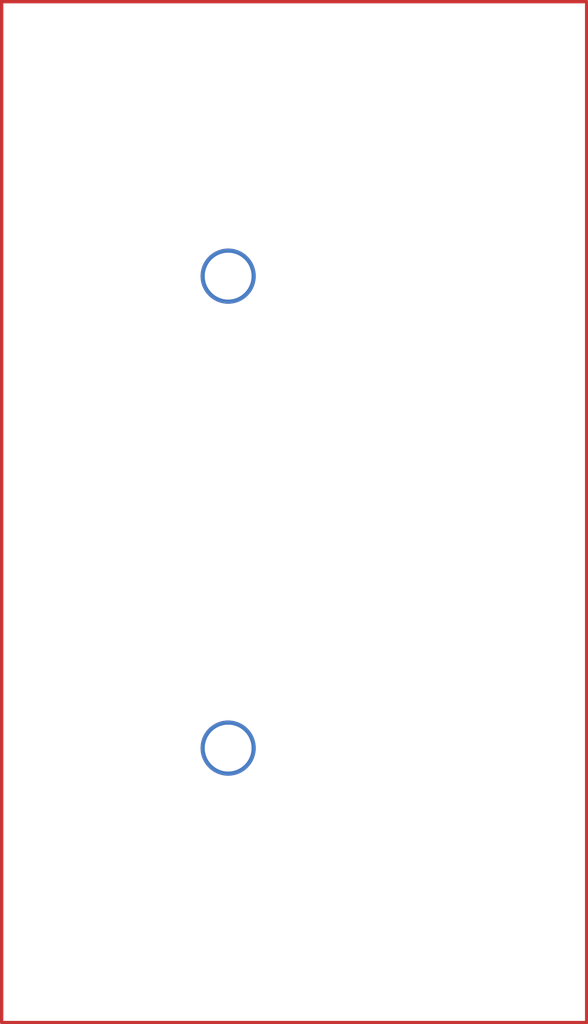
<source format=kicad_pcb>
(kicad_pcb
	(version 20241229)
	(generator "pcbnew")
	(generator_version "9.0")
	(general
		(thickness 1.6)
		(legacy_teardrops no)
	)
	(paper "A4")
	(layers
		(0 "F.Cu" signal)
		(2 "B.Cu" signal)
		(9 "F.Adhes" user "F.Adhesive")
		(11 "B.Adhes" user "B.Adhesive")
		(13 "F.Paste" user)
		(15 "B.Paste" user)
		(5 "F.SilkS" user "F.Silkscreen")
		(7 "B.SilkS" user "B.Silkscreen")
		(1 "F.Mask" user)
		(3 "B.Mask" user)
		(17 "Dwgs.User" user "User.Drawings")
		(19 "Cmts.User" user "User.Comments")
		(21 "Eco1.User" user "User.Eco1")
		(23 "Eco2.User" user "User.Eco2")
		(25 "Edge.Cuts" user)
		(27 "Margin" user)
		(31 "F.CrtYd" user "F.Courtyard")
		(29 "B.CrtYd" user "B.Courtyard")
		(35 "F.Fab" user)
		(33 "B.Fab" user)
		(39 "User.1" user)
		(41 "User.2" user)
		(43 "User.3" user)
		(45 "User.4" user)
	)
	(setup
		(pad_to_mask_clearance 0)
		(allow_soldermask_bridges_in_footprints no)
		(tenting front back)
		(pcbplotparams
			(layerselection 0x00000000_00000000_55555555_5755f5ff)
			(plot_on_all_layers_selection 0x00000000_00000000_00000000_00000000)
			(disableapertmacros no)
			(usegerberextensions no)
			(usegerberattributes yes)
			(usegerberadvancedattributes yes)
			(creategerberjobfile yes)
			(dashed_line_dash_ratio 12.000000)
			(dashed_line_gap_ratio 3.000000)
			(svgprecision 4)
			(plotframeref no)
			(mode 1)
			(useauxorigin no)
			(hpglpennumber 1)
			(hpglpenspeed 20)
			(hpglpendiameter 15.000000)
			(pdf_front_fp_property_popups yes)
			(pdf_back_fp_property_popups yes)
			(pdf_metadata yes)
			(pdf_single_document no)
			(dxfpolygonmode yes)
			(dxfimperialunits yes)
			(dxfusepcbnewfont yes)
			(psnegative no)
			(psa4output no)
			(plot_black_and_white yes)
			(sketchpadsonfab no)
			(plotpadnumbers no)
			(hidednponfab no)
			(sketchdnponfab yes)
			(crossoutdnponfab yes)
			(subtractmaskfromsilk no)
			(outputformat 1)
			(mirror no)
			(drillshape 1)
			(scaleselection 1)
			(outputdirectory "")
		)
	)
	(net 0 "")
	(gr_rect
		(start 71 23)
		(end 106 84)
		(stroke
			(width 0.2)
			(type default)
		)
		(fill no)
		(layer "F.Cu")
		(uuid "ef246d59-71aa-425c-b156-dee3402433c1")
	)
	(via
		(at 84.55 39.4)
		(size 3.3)
		(drill 2.8)
		(layers "F.Cu" "B.Cu")
		(net 0)
		(uuid "6616dad2-32cc-4383-bf8d-0329ebf0b0cf")
	)
	(via
		(at 84.55 67.6)
		(size 3.3)
		(drill 2.8)
		(layers "F.Cu" "B.Cu")
		(net 0)
		(uuid "a8238834-2ef7-488b-8bad-a8d1b4d8ac5d")
	)
	(embedded_fonts no)
)

</source>
